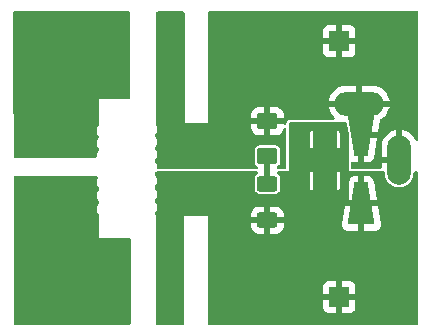
<source format=gbr>
%TF.GenerationSoftware,KiCad,Pcbnew,8.0.1*%
%TF.CreationDate,2024-04-06T16:57:38-05:00*%
%TF.ProjectId,Banana to Barrel Jack Adapter,42616e61-6e61-4207-946f-204261727265,2*%
%TF.SameCoordinates,Original*%
%TF.FileFunction,Copper,L2,Bot*%
%TF.FilePolarity,Positive*%
%FSLAX46Y46*%
G04 Gerber Fmt 4.6, Leading zero omitted, Abs format (unit mm)*
G04 Created by KiCad (PCBNEW 8.0.1) date 2024-04-06 16:57:38*
%MOMM*%
%LPD*%
G01*
G04 APERTURE LIST*
G04 Aperture macros list*
%AMRoundRect*
0 Rectangle with rounded corners*
0 $1 Rounding radius*
0 $2 $3 $4 $5 $6 $7 $8 $9 X,Y pos of 4 corners*
0 Add a 4 corners polygon primitive as box body*
4,1,4,$2,$3,$4,$5,$6,$7,$8,$9,$2,$3,0*
0 Add four circle primitives for the rounded corners*
1,1,$1+$1,$2,$3*
1,1,$1+$1,$4,$5*
1,1,$1+$1,$6,$7*
1,1,$1+$1,$8,$9*
0 Add four rect primitives between the rounded corners*
20,1,$1+$1,$2,$3,$4,$5,0*
20,1,$1+$1,$4,$5,$6,$7,0*
20,1,$1+$1,$6,$7,$8,$9,0*
20,1,$1+$1,$8,$9,$2,$3,0*%
%AMOutline4P*
0 Free polygon, 4 corners , with rotation*
0 The origin of the aperture is its center*
0 number of corners: always 4*
0 $1 to $8 corner X, Y*
0 $9 Rotation angle, in degrees counterclockwise*
0 create outline with 4 corners*
4,1,4,$1,$2,$3,$4,$5,$6,$7,$8,$1,$2,$9*%
G04 Aperture macros list end*
%TA.AperFunction,ComponentPad*%
%ADD10R,2.000000X4.600000*%
%TD*%
%TA.AperFunction,ComponentPad*%
%ADD11O,2.000000X4.200000*%
%TD*%
%TA.AperFunction,ComponentPad*%
%ADD12O,4.200000X2.000000*%
%TD*%
%TA.AperFunction,ComponentPad*%
%ADD13R,1.700000X1.700000*%
%TD*%
%TA.AperFunction,ComponentPad*%
%ADD14C,0.800000*%
%TD*%
%TA.AperFunction,ComponentPad*%
%ADD15C,6.400000*%
%TD*%
%TA.AperFunction,SMDPad,CuDef*%
%ADD16RoundRect,0.250000X0.625000X-0.400000X0.625000X0.400000X-0.625000X0.400000X-0.625000X-0.400000X0*%
%TD*%
%TA.AperFunction,SMDPad,CuDef*%
%ADD17Outline4P,-1.800000X-1.150000X1.800000X-0.550000X1.800000X0.550000X-1.800000X1.150000X90.000000*%
%TD*%
%TA.AperFunction,SMDPad,CuDef*%
%ADD18Outline4P,-1.800000X-1.150000X1.800000X-0.550000X1.800000X0.550000X-1.800000X1.150000X270.000000*%
%TD*%
%TA.AperFunction,SMDPad,CuDef*%
%ADD19RoundRect,0.250001X-0.624999X0.462499X-0.624999X-0.462499X0.624999X-0.462499X0.624999X0.462499X0*%
%TD*%
%TA.AperFunction,ViaPad*%
%ADD20C,0.800000*%
%TD*%
%TA.AperFunction,Conductor*%
%ADD21C,0.250000*%
%TD*%
%TA.AperFunction,Conductor*%
%ADD22C,0.500000*%
%TD*%
G04 APERTURE END LIST*
D10*
%TO.P,J1,1*%
%TO.N,/Positive*%
X151650000Y-98750000D03*
D11*
%TO.P,J1,2*%
%TO.N,GND*%
X157950000Y-98750000D03*
D12*
%TO.P,J1,3*%
X154550000Y-93950000D03*
%TD*%
D13*
%TO.P,J3,1,Pin_1*%
%TO.N,GND*%
X152882600Y-88671400D03*
%TD*%
D14*
%TO.P,H1,1,1*%
%TO.N,/Positive*%
X126600138Y-108968250D03*
X127303082Y-107271194D03*
X127303082Y-110665306D03*
X129000138Y-106568250D03*
D15*
X129000138Y-108968250D03*
D14*
X129000138Y-111368250D03*
X130697194Y-107271194D03*
X130697194Y-110665306D03*
X131400138Y-108968250D03*
%TD*%
D13*
%TO.P,J2,1,Pin_1*%
%TO.N,/Positive*%
X152882600Y-110337600D03*
%TD*%
D14*
%TO.P,H2,1,1*%
%TO.N,GND*%
X126600138Y-89918250D03*
X127303082Y-88221194D03*
X127303082Y-91615306D03*
X129000138Y-87518250D03*
D15*
X129000138Y-89918250D03*
D14*
X129000138Y-92318250D03*
X130697194Y-88221194D03*
X130697194Y-91615306D03*
X131400138Y-89918250D03*
%TD*%
D16*
%TO.P,R2,1*%
%TO.N,/Positive*%
X146790000Y-103820000D03*
%TO.P,R2,2*%
%TO.N,Net-(D2-A)*%
X146790000Y-100720000D03*
%TD*%
D17*
%TO.P,D3,1,K*%
%TO.N,/Positive*%
X154750000Y-102400000D03*
D18*
%TO.P,D3,2,A*%
%TO.N,GND*%
X154750000Y-96600000D03*
%TD*%
D19*
%TO.P,D2,1,K*%
%TO.N,GND*%
X146790000Y-95432500D03*
%TO.P,D2,2,A*%
%TO.N,Net-(D2-A)*%
X146790000Y-98407500D03*
%TD*%
D20*
%TO.N,GND*%
X144856200Y-86588600D03*
X144856200Y-95250000D03*
X144856200Y-88320880D03*
X144856200Y-90053160D03*
X144856200Y-91785440D03*
X144856200Y-93517720D03*
%TO.N,/Positive*%
X144856200Y-110535720D03*
X144856200Y-105415080D03*
X144856200Y-107121960D03*
X144856200Y-103708200D03*
X144856200Y-108828840D03*
X144856200Y-112242600D03*
%TD*%
D21*
%TO.N,GND*%
X138500000Y-88475000D02*
X138500000Y-91275000D01*
D22*
%TO.N,Net-(D2-A)*%
X146790000Y-98407500D02*
X146790000Y-100720000D01*
%TD*%
%TA.AperFunction,Conductor*%
%TO.N,/Positive*%
G36*
X133225000Y-106000000D02*
G01*
X133225000Y-112689747D01*
X125455059Y-112689455D01*
X125388021Y-112669768D01*
X125342268Y-112616962D01*
X125331064Y-112565740D01*
X125315796Y-105928517D01*
X125313744Y-105036255D01*
X125575000Y-104775000D01*
X132000000Y-104775000D01*
X133225000Y-106000000D01*
G37*
%TD.AperFunction*%
%TD*%
%TA.AperFunction,Conductor*%
%TO.N,/Positive*%
G36*
X153476063Y-95523685D02*
G01*
X153521818Y-95576489D01*
X153531337Y-95607615D01*
X153631857Y-96210738D01*
X153668313Y-96429470D01*
X153670000Y-96449855D01*
X153670000Y-102616000D01*
X148590000Y-102616000D01*
X148590000Y-99750000D01*
X150396001Y-99750000D01*
X150396001Y-101075014D01*
X150410737Y-101149106D01*
X150410738Y-101149109D01*
X150466876Y-101233123D01*
X150550895Y-101289263D01*
X150550896Y-101289264D01*
X150624980Y-101303998D01*
X150650000Y-101303998D01*
X150650000Y-100115826D01*
X151150000Y-100115826D01*
X151184075Y-100242993D01*
X151249901Y-100357007D01*
X151342993Y-100450099D01*
X151457007Y-100515925D01*
X151584174Y-100550000D01*
X151715826Y-100550000D01*
X151842993Y-100515925D01*
X151957007Y-100450099D01*
X152050099Y-100357007D01*
X152115925Y-100242993D01*
X152150000Y-100115826D01*
X152150000Y-99750000D01*
X152650000Y-99750000D01*
X152650000Y-101303999D01*
X152675015Y-101303999D01*
X152749106Y-101289262D01*
X152749109Y-101289261D01*
X152833123Y-101233123D01*
X152889263Y-101149104D01*
X152889264Y-101149103D01*
X152903999Y-101075021D01*
X152904000Y-101075018D01*
X152904000Y-99750000D01*
X152650000Y-99750000D01*
X152150000Y-99750000D01*
X152150000Y-97384174D01*
X152115925Y-97257007D01*
X152050099Y-97142993D01*
X151957007Y-97049901D01*
X151842993Y-96984075D01*
X151715826Y-96950000D01*
X151584174Y-96950000D01*
X151457007Y-96984075D01*
X151342993Y-97049901D01*
X151249901Y-97142993D01*
X151184075Y-97257007D01*
X151150000Y-97384174D01*
X151150000Y-100115826D01*
X150650000Y-100115826D01*
X150650000Y-99750000D01*
X150396001Y-99750000D01*
X148590000Y-99750000D01*
X148590000Y-97750000D01*
X150396000Y-97750000D01*
X150650000Y-97750000D01*
X150650000Y-96196000D01*
X152650000Y-96196000D01*
X152650000Y-97750000D01*
X152903999Y-97750000D01*
X152903999Y-96424985D01*
X152889262Y-96350893D01*
X152889261Y-96350890D01*
X152833123Y-96266876D01*
X152749104Y-96210736D01*
X152749103Y-96210735D01*
X152675021Y-96196000D01*
X152650000Y-96196000D01*
X150650000Y-96196000D01*
X150650000Y-96195999D01*
X150624986Y-96196000D01*
X150624985Y-96196000D01*
X150550892Y-96210737D01*
X150550890Y-96210738D01*
X150466876Y-96266876D01*
X150410736Y-96350895D01*
X150410735Y-96350896D01*
X150396000Y-96424978D01*
X150396000Y-97750000D01*
X148590000Y-97750000D01*
X148590000Y-95628000D01*
X148609685Y-95560961D01*
X148662489Y-95515206D01*
X148714000Y-95504000D01*
X153409024Y-95504000D01*
X153476063Y-95523685D01*
G37*
%TD.AperFunction*%
%TD*%
%TA.AperFunction,Conductor*%
%TO.N,GND*%
G36*
X133325000Y-92575000D02*
G01*
X131875000Y-94025000D01*
X125288416Y-94025000D01*
X125270485Y-86230206D01*
X125290016Y-86163125D01*
X125342714Y-86117248D01*
X125394407Y-86105924D01*
X133325000Y-86101108D01*
X133325000Y-92575000D01*
G37*
%TD.AperFunction*%
%TD*%
%TA.AperFunction,Conductor*%
%TO.N,/Positive*%
G36*
X145936631Y-99719685D02*
G01*
X145982386Y-99772489D01*
X145992330Y-99841647D01*
X145963305Y-99905203D01*
X145943225Y-99923770D01*
X145842851Y-99997848D01*
X145762207Y-100107117D01*
X145762206Y-100107119D01*
X145717353Y-100235299D01*
X145714500Y-100265730D01*
X145714500Y-101174269D01*
X145717353Y-101204699D01*
X145717353Y-101204701D01*
X145762206Y-101332880D01*
X145762207Y-101332882D01*
X145842850Y-101442150D01*
X145952118Y-101522793D01*
X145991854Y-101536697D01*
X146080299Y-101567646D01*
X146110730Y-101570500D01*
X146110734Y-101570500D01*
X147469270Y-101570500D01*
X147499699Y-101567646D01*
X147499701Y-101567646D01*
X147568430Y-101543596D01*
X147627882Y-101522793D01*
X147737150Y-101442150D01*
X147817793Y-101332882D01*
X147842346Y-101262713D01*
X147862646Y-101204701D01*
X147862646Y-101204699D01*
X147865500Y-101174269D01*
X147865500Y-100265730D01*
X147862646Y-100235299D01*
X147820117Y-100113760D01*
X147817793Y-100107118D01*
X147737150Y-99997850D01*
X147737148Y-99997849D01*
X147737148Y-99997848D01*
X147636775Y-99923770D01*
X147594524Y-99868123D01*
X147589065Y-99798467D01*
X147622132Y-99736917D01*
X147683226Y-99703016D01*
X147710408Y-99700000D01*
X148590000Y-99700000D01*
X150150000Y-99700000D01*
X150150000Y-101097844D01*
X150156401Y-101157372D01*
X150156403Y-101157379D01*
X150206645Y-101292086D01*
X150206649Y-101292093D01*
X150292809Y-101407187D01*
X150292812Y-101407190D01*
X150407906Y-101493350D01*
X150407913Y-101493354D01*
X150542620Y-101543596D01*
X150542627Y-101543598D01*
X150602155Y-101549999D01*
X150602172Y-101550000D01*
X151400000Y-101550000D01*
X151400000Y-100483012D01*
X151457007Y-100515925D01*
X151584174Y-100550000D01*
X151715826Y-100550000D01*
X151842993Y-100515925D01*
X151900000Y-100483012D01*
X151900000Y-101550000D01*
X152697828Y-101550000D01*
X152697844Y-101549999D01*
X152757372Y-101543598D01*
X152757379Y-101543596D01*
X152892086Y-101493354D01*
X152892093Y-101493350D01*
X153007187Y-101407190D01*
X153007190Y-101407187D01*
X153093350Y-101292093D01*
X153093354Y-101292086D01*
X153143596Y-101157379D01*
X153143598Y-101157372D01*
X153149999Y-101097844D01*
X153150000Y-101097827D01*
X153150000Y-99700000D01*
X153670000Y-99700000D01*
X156625500Y-99700000D01*
X156692539Y-99719685D01*
X156738294Y-99772489D01*
X156749500Y-99824000D01*
X156749500Y-99944486D01*
X156779059Y-100131118D01*
X156837454Y-100310836D01*
X156908413Y-100450099D01*
X156923240Y-100479199D01*
X157034310Y-100632073D01*
X157167927Y-100765690D01*
X157320801Y-100876760D01*
X157400347Y-100917290D01*
X157489163Y-100962545D01*
X157489165Y-100962545D01*
X157489168Y-100962547D01*
X157585497Y-100993846D01*
X157668881Y-101020940D01*
X157855514Y-101050500D01*
X157855519Y-101050500D01*
X158044486Y-101050500D01*
X158231118Y-101020940D01*
X158410832Y-100962547D01*
X158579199Y-100876760D01*
X158732073Y-100765690D01*
X158865690Y-100632073D01*
X158976760Y-100479199D01*
X159062547Y-100310832D01*
X159120940Y-100131118D01*
X159126874Y-100093650D01*
X159150500Y-99944486D01*
X159150500Y-99824000D01*
X159170185Y-99756961D01*
X159222989Y-99711206D01*
X159274500Y-99700000D01*
X159457000Y-99700000D01*
X159524039Y-99719685D01*
X159569794Y-99772489D01*
X159581000Y-99824000D01*
X159581000Y-112575800D01*
X159561315Y-112642839D01*
X159508511Y-112688594D01*
X159457000Y-112699800D01*
X141855848Y-112699800D01*
X141788809Y-112680115D01*
X141743054Y-112627311D01*
X141731848Y-112575952D01*
X141731745Y-112492178D01*
X141730207Y-111235444D01*
X151532600Y-111235444D01*
X151539001Y-111294972D01*
X151539003Y-111294979D01*
X151589245Y-111429686D01*
X151589249Y-111429693D01*
X151675409Y-111544787D01*
X151675412Y-111544790D01*
X151790506Y-111630950D01*
X151790513Y-111630954D01*
X151925220Y-111681196D01*
X151925227Y-111681198D01*
X151984755Y-111687599D01*
X151984772Y-111687600D01*
X152632600Y-111687600D01*
X152632600Y-110770612D01*
X152689607Y-110803525D01*
X152816774Y-110837600D01*
X152948426Y-110837600D01*
X153075593Y-110803525D01*
X153132600Y-110770612D01*
X153132600Y-111687600D01*
X153780428Y-111687600D01*
X153780444Y-111687599D01*
X153839972Y-111681198D01*
X153839979Y-111681196D01*
X153974686Y-111630954D01*
X153974693Y-111630950D01*
X154089787Y-111544790D01*
X154089790Y-111544787D01*
X154175950Y-111429693D01*
X154175954Y-111429686D01*
X154226196Y-111294979D01*
X154226198Y-111294972D01*
X154232599Y-111235444D01*
X154232600Y-111235427D01*
X154232600Y-110587600D01*
X153315612Y-110587600D01*
X153348525Y-110530593D01*
X153382600Y-110403426D01*
X153382600Y-110271774D01*
X153348525Y-110144607D01*
X153315612Y-110087600D01*
X154232600Y-110087600D01*
X154232600Y-109439772D01*
X154232599Y-109439755D01*
X154226198Y-109380227D01*
X154226196Y-109380220D01*
X154175954Y-109245513D01*
X154175950Y-109245506D01*
X154089790Y-109130412D01*
X154089787Y-109130409D01*
X153974693Y-109044249D01*
X153974686Y-109044245D01*
X153839979Y-108994003D01*
X153839972Y-108994001D01*
X153780444Y-108987600D01*
X153132600Y-108987600D01*
X153132600Y-109904588D01*
X153075593Y-109871675D01*
X152948426Y-109837600D01*
X152816774Y-109837600D01*
X152689607Y-109871675D01*
X152632600Y-109904588D01*
X152632600Y-108987600D01*
X151984755Y-108987600D01*
X151925227Y-108994001D01*
X151925220Y-108994003D01*
X151790513Y-109044245D01*
X151790506Y-109044249D01*
X151675412Y-109130409D01*
X151675409Y-109130412D01*
X151589249Y-109245506D01*
X151589245Y-109245513D01*
X151539003Y-109380220D01*
X151539001Y-109380227D01*
X151532600Y-109439755D01*
X151532600Y-110087600D01*
X152449588Y-110087600D01*
X152416675Y-110144607D01*
X152382600Y-110271774D01*
X152382600Y-110403426D01*
X152416675Y-110530593D01*
X152449588Y-110587600D01*
X151532600Y-110587600D01*
X151532600Y-111235444D01*
X141730207Y-111235444D01*
X141721437Y-104070000D01*
X145415001Y-104070000D01*
X145415001Y-104269986D01*
X145425494Y-104372697D01*
X145480641Y-104539119D01*
X145480643Y-104539124D01*
X145572684Y-104688345D01*
X145696654Y-104812315D01*
X145845875Y-104904356D01*
X145845880Y-104904358D01*
X146012302Y-104959505D01*
X146012309Y-104959506D01*
X146115019Y-104969999D01*
X146539999Y-104969999D01*
X146540000Y-104969998D01*
X146540000Y-104070000D01*
X147040000Y-104070000D01*
X147040000Y-104969999D01*
X147464972Y-104969999D01*
X147464986Y-104969998D01*
X147567697Y-104959505D01*
X147734119Y-104904358D01*
X147734124Y-104904356D01*
X147883345Y-104812315D01*
X148007315Y-104688345D01*
X148099356Y-104539124D01*
X148099358Y-104539119D01*
X148154505Y-104372697D01*
X148154506Y-104372690D01*
X148164999Y-104269986D01*
X148165000Y-104269973D01*
X148165000Y-104194361D01*
X153094890Y-104194361D01*
X153113759Y-104336886D01*
X153113761Y-104336894D01*
X153172022Y-104468335D01*
X153264955Y-104578039D01*
X153264957Y-104578041D01*
X153385036Y-104657120D01*
X153385036Y-104657121D01*
X153522518Y-104699163D01*
X153522528Y-104699165D01*
X153533346Y-104699999D01*
X154499999Y-104699999D01*
X154500000Y-104699998D01*
X154500000Y-102650000D01*
X155000000Y-102650000D01*
X155000000Y-104699999D01*
X155966645Y-104699999D01*
X155966664Y-104699998D01*
X155977471Y-104699165D01*
X155977472Y-104699165D01*
X156114962Y-104657121D01*
X156114962Y-104657120D01*
X156235041Y-104578041D01*
X156235044Y-104578038D01*
X156327975Y-104468337D01*
X156386238Y-104336892D01*
X156386240Y-104336887D01*
X156405109Y-104194361D01*
X156405109Y-104194349D01*
X156404155Y-104183553D01*
X156148564Y-102650000D01*
X155000000Y-102650000D01*
X154500000Y-102650000D01*
X153351436Y-102650000D01*
X153095846Y-104183539D01*
X153095843Y-104183562D01*
X153094890Y-104194349D01*
X153094890Y-104194361D01*
X148165000Y-104194361D01*
X148165000Y-104070000D01*
X147040000Y-104070000D01*
X146540000Y-104070000D01*
X145415001Y-104070000D01*
X141721437Y-104070000D01*
X141720825Y-103570000D01*
X145415000Y-103570000D01*
X146540000Y-103570000D01*
X146540000Y-102670000D01*
X147040000Y-102670000D01*
X147040000Y-103570000D01*
X148164999Y-103570000D01*
X148164999Y-103370028D01*
X148164998Y-103370013D01*
X148154505Y-103267302D01*
X148099358Y-103100880D01*
X148099356Y-103100875D01*
X148007315Y-102951654D01*
X147883345Y-102827684D01*
X147734124Y-102735643D01*
X147734119Y-102735641D01*
X147567697Y-102680494D01*
X147567690Y-102680493D01*
X147464986Y-102670000D01*
X147040000Y-102670000D01*
X146540000Y-102670000D01*
X146115028Y-102670000D01*
X146115012Y-102670001D01*
X146012302Y-102680494D01*
X145845880Y-102735641D01*
X145845875Y-102735643D01*
X145696654Y-102827684D01*
X145572684Y-102951654D01*
X145480643Y-103100875D01*
X145480641Y-103100880D01*
X145425494Y-103267302D01*
X145425493Y-103267309D01*
X145415000Y-103370013D01*
X145415000Y-103570000D01*
X141720825Y-103570000D01*
X141720678Y-103450000D01*
X139725000Y-103450000D01*
X139748015Y-111965726D01*
X139749664Y-112575665D01*
X139730160Y-112642757D01*
X139677480Y-112688655D01*
X139625664Y-112700000D01*
X137499009Y-112700000D01*
X137431970Y-112680315D01*
X137386215Y-112627511D01*
X137375009Y-112575991D01*
X137375010Y-112575800D01*
X137375709Y-103432600D01*
X137375709Y-103432599D01*
X137362670Y-103419559D01*
X137340041Y-103412915D01*
X137294286Y-103360111D01*
X137283080Y-103308600D01*
X137283080Y-103209507D01*
X137302765Y-103142468D01*
X137319399Y-103121826D01*
X137344513Y-103096712D01*
X137419292Y-102967192D01*
X137458000Y-102822731D01*
X137458000Y-102673173D01*
X137419292Y-102528712D01*
X137344513Y-102399192D01*
X137319399Y-102374078D01*
X137285914Y-102312755D01*
X137283080Y-102286397D01*
X137283080Y-102149999D01*
X153434768Y-102149999D01*
X153434769Y-102150000D01*
X154500000Y-102150000D01*
X154500000Y-100099999D01*
X155000000Y-100099999D01*
X155000000Y-102150000D01*
X156065230Y-102150000D01*
X156065230Y-102149999D01*
X155787074Y-100481069D01*
X155787073Y-100481062D01*
X155757120Y-100385036D01*
X155678041Y-100264957D01*
X155678039Y-100264955D01*
X155568335Y-100172022D01*
X155436890Y-100113760D01*
X155436886Y-100113759D01*
X155337252Y-100100000D01*
X155337237Y-100099999D01*
X155000000Y-100099999D01*
X154500000Y-100099999D01*
X154162750Y-100099999D01*
X154063111Y-100113759D01*
X154063108Y-100113760D01*
X153931663Y-100172023D01*
X153821961Y-100264955D01*
X153821958Y-100264958D01*
X153742880Y-100385034D01*
X153742879Y-100385036D01*
X153712925Y-100481065D01*
X153712924Y-100481070D01*
X153434768Y-102149999D01*
X137283080Y-102149999D01*
X137283080Y-102073031D01*
X137302765Y-102005992D01*
X137319399Y-101985350D01*
X137344513Y-101960236D01*
X137419292Y-101830716D01*
X137458000Y-101686255D01*
X137458000Y-101536697D01*
X137419292Y-101392236D01*
X137344513Y-101262716D01*
X137319399Y-101237602D01*
X137285914Y-101176279D01*
X137283080Y-101149921D01*
X137283080Y-100936555D01*
X137302765Y-100869516D01*
X137319399Y-100848874D01*
X137344513Y-100823760D01*
X137419292Y-100694240D01*
X137458000Y-100549779D01*
X137458000Y-100400221D01*
X137419292Y-100255760D01*
X137344513Y-100126240D01*
X137319399Y-100101126D01*
X137285914Y-100039803D01*
X137283080Y-100013445D01*
X137283080Y-99824000D01*
X137302765Y-99756961D01*
X137355569Y-99711206D01*
X137407080Y-99700000D01*
X145869592Y-99700000D01*
X145936631Y-99719685D01*
G37*
%TD.AperFunction*%
%TA.AperFunction,Conductor*%
G36*
X132368773Y-100113335D02*
G01*
X132414528Y-100166139D01*
X132424472Y-100235297D01*
X132409121Y-100279651D01*
X132362202Y-100360914D01*
X132323494Y-100505377D01*
X132323494Y-100654934D01*
X132362202Y-100799397D01*
X132390768Y-100848874D01*
X132436981Y-100928916D01*
X132436983Y-100928918D01*
X132471561Y-100963496D01*
X132505046Y-101024819D01*
X132507880Y-101051177D01*
X132507880Y-101245611D01*
X132488195Y-101312650D01*
X132471561Y-101333292D01*
X132436983Y-101367869D01*
X132436981Y-101367872D01*
X132362202Y-101497390D01*
X132323494Y-101641853D01*
X132323494Y-101791410D01*
X132362202Y-101935873D01*
X132390768Y-101985350D01*
X132436981Y-102065392D01*
X132436983Y-102065394D01*
X132471561Y-102099972D01*
X132505046Y-102161295D01*
X132507880Y-102187653D01*
X132507880Y-102382087D01*
X132488195Y-102449126D01*
X132471561Y-102469768D01*
X132436983Y-102504345D01*
X132436981Y-102504348D01*
X132362202Y-102633866D01*
X132323494Y-102778329D01*
X132323494Y-102927886D01*
X132362202Y-103072349D01*
X132378672Y-103100875D01*
X132436981Y-103201868D01*
X132436983Y-103201870D01*
X132471561Y-103236448D01*
X132505046Y-103297771D01*
X132507880Y-103324129D01*
X132507880Y-103421611D01*
X132522166Y-103447774D01*
X132525000Y-103474132D01*
X132525000Y-105300000D01*
X135076000Y-105300000D01*
X135143039Y-105319685D01*
X135188794Y-105372489D01*
X135200000Y-105424000D01*
X135200000Y-112565818D01*
X135180315Y-112632857D01*
X135127511Y-112678612D01*
X135075995Y-112689818D01*
X130299215Y-112689638D01*
X130232177Y-112669951D01*
X130186424Y-112617145D01*
X130176483Y-112547986D01*
X130205510Y-112484432D01*
X130254782Y-112449874D01*
X130507132Y-112353005D01*
X130852681Y-112176939D01*
X131177921Y-111965726D01*
X131177923Y-111965725D01*
X131435487Y-111757152D01*
X129940836Y-110262501D01*
X130042468Y-110188662D01*
X130220550Y-110010580D01*
X130294389Y-109908948D01*
X131789040Y-111403599D01*
X131997613Y-111146035D01*
X131997614Y-111146033D01*
X132208827Y-110820793D01*
X132384893Y-110475244D01*
X132523875Y-110113186D01*
X132624250Y-109738580D01*
X132624251Y-109738573D01*
X132684918Y-109355537D01*
X132705216Y-108968250D01*
X132705216Y-108968249D01*
X132684918Y-108580962D01*
X132624251Y-108197926D01*
X132624250Y-108197919D01*
X132523875Y-107823313D01*
X132384893Y-107461255D01*
X132208827Y-107115706D01*
X131997606Y-106790456D01*
X131789042Y-106532899D01*
X131789041Y-106532898D01*
X130294389Y-108027550D01*
X130220550Y-107925920D01*
X130042468Y-107747838D01*
X129940836Y-107673998D01*
X131435488Y-106179346D01*
X131435488Y-106179345D01*
X131177931Y-105970781D01*
X130852681Y-105759560D01*
X130507132Y-105583494D01*
X130145074Y-105444512D01*
X129770468Y-105344137D01*
X129770461Y-105344136D01*
X129387425Y-105283469D01*
X129000139Y-105263172D01*
X129000137Y-105263172D01*
X128612850Y-105283469D01*
X128229814Y-105344136D01*
X128229807Y-105344137D01*
X127855201Y-105444512D01*
X127493143Y-105583494D01*
X127147594Y-105759560D01*
X126822344Y-105970781D01*
X126564786Y-106179345D01*
X126564786Y-106179346D01*
X128059439Y-107673998D01*
X127957808Y-107747838D01*
X127779726Y-107925920D01*
X127705886Y-108027550D01*
X126211234Y-106532898D01*
X126211233Y-106532898D01*
X126002669Y-106790456D01*
X125791448Y-107115706D01*
X125615382Y-107461255D01*
X125559320Y-107607301D01*
X125516917Y-107662834D01*
X125451223Y-107686626D01*
X125383095Y-107671124D01*
X125334163Y-107621250D01*
X125319557Y-107563152D01*
X125302661Y-100217933D01*
X125322192Y-100150851D01*
X125374890Y-100104974D01*
X125426661Y-100093650D01*
X132301734Y-100093650D01*
X132368773Y-100113335D01*
G37*
%TD.AperFunction*%
%TA.AperFunction,Conductor*%
G36*
X127779726Y-110010580D02*
G01*
X127957808Y-110188662D01*
X128059438Y-110262501D01*
X126564786Y-111757153D01*
X126564787Y-111757154D01*
X126822344Y-111965718D01*
X127147594Y-112176939D01*
X127493143Y-112353005D01*
X127745238Y-112449776D01*
X127800770Y-112492178D01*
X127824563Y-112557872D01*
X127809061Y-112626001D01*
X127759188Y-112674933D01*
X127700795Y-112689540D01*
X125455059Y-112689455D01*
X125388021Y-112669768D01*
X125342268Y-112616962D01*
X125331064Y-112565740D01*
X125331046Y-112557872D01*
X125326061Y-110390863D01*
X125345592Y-110323782D01*
X125398290Y-110277905D01*
X125467426Y-110267803D01*
X125531048Y-110296682D01*
X125565825Y-110346143D01*
X125615382Y-110475244D01*
X125791448Y-110820793D01*
X126002669Y-111146043D01*
X126211233Y-111403600D01*
X126211234Y-111403600D01*
X127705886Y-109908948D01*
X127779726Y-110010580D01*
G37*
%TD.AperFunction*%
%TD*%
%TA.AperFunction,Conductor*%
%TO.N,GND*%
G36*
X159524039Y-86125685D02*
G01*
X159569794Y-86178489D01*
X159581000Y-86230000D01*
X159581000Y-97032697D01*
X159561315Y-97099736D01*
X159508511Y-97145491D01*
X159439353Y-97155435D01*
X159375797Y-97126410D01*
X159343683Y-97077981D01*
X159341965Y-97078693D01*
X159340105Y-97074201D01*
X159232914Y-96863828D01*
X159094133Y-96672813D01*
X158927186Y-96505866D01*
X158736171Y-96367085D01*
X158525802Y-96259897D01*
X158301247Y-96186934D01*
X158200000Y-96170897D01*
X158200000Y-97216988D01*
X158142993Y-97184075D01*
X158015826Y-97150000D01*
X157884174Y-97150000D01*
X157757007Y-97184075D01*
X157700000Y-97216988D01*
X157700000Y-96170897D01*
X157598752Y-96186934D01*
X157374197Y-96259897D01*
X157163828Y-96367085D01*
X156972813Y-96505866D01*
X156805866Y-96672813D01*
X156667085Y-96863828D01*
X156559897Y-97074197D01*
X156486934Y-97298752D01*
X156450000Y-97531947D01*
X156450000Y-98500000D01*
X157450000Y-98500000D01*
X157450000Y-99000000D01*
X156450000Y-99000000D01*
X156450000Y-99370500D01*
X156430315Y-99437539D01*
X156377511Y-99483294D01*
X156326000Y-99494500D01*
X153999500Y-99494500D01*
X153932461Y-99474815D01*
X153886706Y-99422011D01*
X153875500Y-99370500D01*
X153875500Y-98993680D01*
X153895185Y-98926641D01*
X153947989Y-98880886D01*
X154017147Y-98870942D01*
X154049748Y-98880317D01*
X154063109Y-98886239D01*
X154063113Y-98886240D01*
X154162748Y-98899999D01*
X154162762Y-98900000D01*
X154500000Y-98900000D01*
X154500000Y-96850000D01*
X155000000Y-96850000D01*
X155000000Y-98900000D01*
X155337248Y-98900000D01*
X155436888Y-98886240D01*
X155436891Y-98886239D01*
X155568336Y-98827976D01*
X155678038Y-98735044D01*
X155678041Y-98735041D01*
X155757119Y-98614965D01*
X155757120Y-98614963D01*
X155787074Y-98518934D01*
X155787075Y-98518929D01*
X156065231Y-96850000D01*
X155000000Y-96850000D01*
X154500000Y-96850000D01*
X154500000Y-95493000D01*
X154424000Y-95493000D01*
X154356961Y-95473315D01*
X154311206Y-95420511D01*
X154300000Y-95369000D01*
X154300000Y-94450000D01*
X155000000Y-94450000D01*
X155000000Y-96350000D01*
X156148564Y-96350000D01*
X156148563Y-96349999D01*
X156315048Y-95351091D01*
X156345486Y-95288199D01*
X156381068Y-95260990D01*
X156436171Y-95232914D01*
X156627186Y-95094133D01*
X156794133Y-94927186D01*
X156932914Y-94736171D01*
X157040102Y-94525802D01*
X157113065Y-94301247D01*
X157129102Y-94200000D01*
X156083012Y-94200000D01*
X156115925Y-94142993D01*
X156150000Y-94015826D01*
X156150000Y-93884174D01*
X156115925Y-93757007D01*
X156083012Y-93700000D01*
X157129102Y-93700000D01*
X157113065Y-93598752D01*
X157040102Y-93374197D01*
X156932914Y-93163828D01*
X156794133Y-92972813D01*
X156627186Y-92805866D01*
X156436171Y-92667085D01*
X156225802Y-92559897D01*
X156001247Y-92486934D01*
X156001248Y-92486934D01*
X155768052Y-92450000D01*
X154800000Y-92450000D01*
X154800000Y-93450000D01*
X154300000Y-93450000D01*
X154300000Y-92450000D01*
X153331948Y-92450000D01*
X153098752Y-92486934D01*
X152874197Y-92559897D01*
X152663828Y-92667085D01*
X152472813Y-92805866D01*
X152305866Y-92972813D01*
X152167085Y-93163828D01*
X152059897Y-93374197D01*
X151986934Y-93598752D01*
X151970898Y-93700000D01*
X153016988Y-93700000D01*
X152984075Y-93757007D01*
X152950000Y-93884174D01*
X152950000Y-94015826D01*
X152984075Y-94142993D01*
X153016988Y-94200000D01*
X151970898Y-94200000D01*
X151986934Y-94301247D01*
X152059897Y-94525802D01*
X152167085Y-94736171D01*
X152305866Y-94927186D01*
X152465499Y-95086819D01*
X152498984Y-95148142D01*
X152494000Y-95217834D01*
X152452128Y-95273767D01*
X152386664Y-95298184D01*
X152377818Y-95298500D01*
X148713992Y-95298500D01*
X148670313Y-95303197D01*
X148618825Y-95314397D01*
X148608627Y-95316890D01*
X148608624Y-95316891D01*
X148527916Y-95359899D01*
X148527913Y-95359901D01*
X148475104Y-95405660D01*
X148457160Y-95423242D01*
X148457154Y-95423249D01*
X148412511Y-95503059D01*
X148412509Y-95503064D01*
X148392824Y-95570102D01*
X148385310Y-95622361D01*
X148356284Y-95685916D01*
X148297505Y-95723689D01*
X148227636Y-95723687D01*
X148174892Y-95692392D01*
X148165000Y-95682500D01*
X147040000Y-95682500D01*
X147040000Y-96645000D01*
X147464973Y-96645000D01*
X147464985Y-96644999D01*
X147567689Y-96634506D01*
X147567696Y-96634505D01*
X147734118Y-96579358D01*
X147734123Y-96579356D01*
X147883344Y-96487315D01*
X148007315Y-96363344D01*
X148099356Y-96214123D01*
X148099358Y-96214118D01*
X148142794Y-96083038D01*
X148182566Y-96025593D01*
X148247082Y-95998770D01*
X148315858Y-96011085D01*
X148367058Y-96058628D01*
X148384500Y-96122042D01*
X148384500Y-99370500D01*
X148364815Y-99437539D01*
X148312011Y-99483294D01*
X148260500Y-99494500D01*
X147710405Y-99494500D01*
X147708711Y-99494547D01*
X147708710Y-99494500D01*
X147708696Y-99494500D01*
X147708696Y-99494006D01*
X147708694Y-99493949D01*
X147642898Y-99478508D01*
X147594305Y-99428302D01*
X147580570Y-99359796D01*
X147606052Y-99294739D01*
X147630454Y-99270894D01*
X147737150Y-99192150D01*
X147817793Y-99082882D01*
X147862646Y-98954698D01*
X147865500Y-98924265D01*
X147865499Y-97890736D01*
X147862646Y-97860302D01*
X147817793Y-97732118D01*
X147737150Y-97622850D01*
X147656506Y-97563332D01*
X147627881Y-97542206D01*
X147499695Y-97497353D01*
X147499698Y-97497353D01*
X147469268Y-97494500D01*
X146110741Y-97494500D01*
X146080301Y-97497354D01*
X146080300Y-97497354D01*
X145952118Y-97542206D01*
X145842850Y-97622850D01*
X145762206Y-97732118D01*
X145717353Y-97860302D01*
X145714500Y-97890731D01*
X145714500Y-98924258D01*
X145717354Y-98954698D01*
X145717354Y-98954699D01*
X145762206Y-99082881D01*
X145762207Y-99082882D01*
X145842850Y-99192150D01*
X145949502Y-99270862D01*
X145991752Y-99326509D01*
X145997211Y-99396165D01*
X145964144Y-99457715D01*
X145903050Y-99491616D01*
X145874021Y-99493792D01*
X145874021Y-99494500D01*
X137582000Y-99494500D01*
X137514961Y-99474815D01*
X137469206Y-99422011D01*
X137458000Y-99370500D01*
X137458000Y-99238347D01*
X137458000Y-99238345D01*
X137419292Y-99093884D01*
X137344513Y-98964364D01*
X137319399Y-98939250D01*
X137285914Y-98877927D01*
X137283080Y-98851569D01*
X137283080Y-98728199D01*
X137302765Y-98661160D01*
X137319399Y-98640518D01*
X137344513Y-98615404D01*
X137419292Y-98485884D01*
X137458000Y-98341423D01*
X137458000Y-98191865D01*
X137419292Y-98047404D01*
X137344513Y-97917884D01*
X137319399Y-97892770D01*
X137285914Y-97831447D01*
X137283080Y-97805089D01*
X137283080Y-97656319D01*
X137302765Y-97589280D01*
X137319399Y-97568638D01*
X137344513Y-97543524D01*
X137419292Y-97414004D01*
X137458000Y-97269543D01*
X137458000Y-97119985D01*
X137419292Y-96975524D01*
X137344513Y-96846004D01*
X137319399Y-96820890D01*
X137285914Y-96759567D01*
X137283080Y-96733209D01*
X137283080Y-96584439D01*
X137302765Y-96517400D01*
X137319399Y-96496758D01*
X137328842Y-96487315D01*
X137344513Y-96471644D01*
X137419292Y-96342124D01*
X137458000Y-96197663D01*
X137458000Y-96048105D01*
X137419292Y-95903644D01*
X137344513Y-95774124D01*
X137344511Y-95774122D01*
X137340449Y-95767086D01*
X137343101Y-95765554D01*
X137323145Y-95713961D01*
X137329592Y-95682500D01*
X145415000Y-95682500D01*
X145415000Y-95944985D01*
X145425493Y-96047689D01*
X145425494Y-96047696D01*
X145480641Y-96214118D01*
X145480643Y-96214123D01*
X145572684Y-96363344D01*
X145696655Y-96487315D01*
X145845876Y-96579356D01*
X145845881Y-96579358D01*
X146012303Y-96634505D01*
X146012310Y-96634506D01*
X146115014Y-96644999D01*
X146115027Y-96645000D01*
X146540000Y-96645000D01*
X146540000Y-95682500D01*
X145415000Y-95682500D01*
X137329592Y-95682500D01*
X137337171Y-95645513D01*
X137359106Y-95615866D01*
X137374998Y-95599999D01*
X137375000Y-95600000D01*
X137373402Y-86273412D01*
X137393075Y-86206370D01*
X137445871Y-86160606D01*
X137497434Y-86149392D01*
X139651036Y-86149966D01*
X139718067Y-86169668D01*
X139763808Y-86222485D01*
X139775000Y-86273966D01*
X139775012Y-94800000D01*
X139775012Y-94800002D01*
X139774999Y-95599999D01*
X139775000Y-95600000D01*
X141732000Y-95600000D01*
X141732000Y-95182500D01*
X145415000Y-95182500D01*
X146540000Y-95182500D01*
X146540000Y-94220000D01*
X147040000Y-94220000D01*
X147040000Y-95182500D01*
X148165000Y-95182500D01*
X148165000Y-94920027D01*
X148164999Y-94920014D01*
X148154506Y-94817310D01*
X148154505Y-94817303D01*
X148099358Y-94650881D01*
X148099356Y-94650876D01*
X148007315Y-94501655D01*
X147883344Y-94377684D01*
X147734123Y-94285643D01*
X147734118Y-94285641D01*
X147567696Y-94230494D01*
X147567689Y-94230493D01*
X147464985Y-94220000D01*
X147040000Y-94220000D01*
X146540000Y-94220000D01*
X146115014Y-94220000D01*
X146012310Y-94230493D01*
X146012303Y-94230494D01*
X145845881Y-94285641D01*
X145845876Y-94285643D01*
X145696655Y-94377684D01*
X145572684Y-94501655D01*
X145480643Y-94650876D01*
X145480641Y-94650881D01*
X145425494Y-94817303D01*
X145425493Y-94817310D01*
X145415000Y-94920014D01*
X145415000Y-95182500D01*
X141732000Y-95182500D01*
X141732000Y-89569244D01*
X151532600Y-89569244D01*
X151539001Y-89628772D01*
X151539003Y-89628779D01*
X151589245Y-89763486D01*
X151589249Y-89763493D01*
X151675409Y-89878587D01*
X151675412Y-89878590D01*
X151790506Y-89964750D01*
X151790513Y-89964754D01*
X151925220Y-90014996D01*
X151925227Y-90014998D01*
X151984755Y-90021399D01*
X151984772Y-90021400D01*
X152632600Y-90021400D01*
X152632600Y-89104412D01*
X152689607Y-89137325D01*
X152816774Y-89171400D01*
X152948426Y-89171400D01*
X153075593Y-89137325D01*
X153132600Y-89104412D01*
X153132600Y-90021400D01*
X153780428Y-90021400D01*
X153780444Y-90021399D01*
X153839972Y-90014998D01*
X153839979Y-90014996D01*
X153974686Y-89964754D01*
X153974693Y-89964750D01*
X154089787Y-89878590D01*
X154089790Y-89878587D01*
X154175950Y-89763493D01*
X154175954Y-89763486D01*
X154226196Y-89628779D01*
X154226198Y-89628772D01*
X154232599Y-89569244D01*
X154232600Y-89569227D01*
X154232600Y-88921400D01*
X153315612Y-88921400D01*
X153348525Y-88864393D01*
X153382600Y-88737226D01*
X153382600Y-88605574D01*
X153348525Y-88478407D01*
X153315612Y-88421400D01*
X154232600Y-88421400D01*
X154232600Y-87773572D01*
X154232599Y-87773555D01*
X154226198Y-87714027D01*
X154226196Y-87714020D01*
X154175954Y-87579313D01*
X154175950Y-87579306D01*
X154089790Y-87464212D01*
X154089787Y-87464209D01*
X153974693Y-87378049D01*
X153974686Y-87378045D01*
X153839979Y-87327803D01*
X153839972Y-87327801D01*
X153780444Y-87321400D01*
X153132600Y-87321400D01*
X153132600Y-88238388D01*
X153075593Y-88205475D01*
X152948426Y-88171400D01*
X152816774Y-88171400D01*
X152689607Y-88205475D01*
X152632600Y-88238388D01*
X152632600Y-87321400D01*
X151984755Y-87321400D01*
X151925227Y-87327801D01*
X151925220Y-87327803D01*
X151790513Y-87378045D01*
X151790506Y-87378049D01*
X151675412Y-87464209D01*
X151675409Y-87464212D01*
X151589249Y-87579306D01*
X151589245Y-87579313D01*
X151539003Y-87714020D01*
X151539001Y-87714027D01*
X151532600Y-87773555D01*
X151532600Y-88421400D01*
X152449588Y-88421400D01*
X152416675Y-88478407D01*
X152382600Y-88605574D01*
X152382600Y-88737226D01*
X152416675Y-88864393D01*
X152449588Y-88921400D01*
X151532600Y-88921400D01*
X151532600Y-89569244D01*
X141732000Y-89569244D01*
X141732000Y-86230000D01*
X141751685Y-86162961D01*
X141804489Y-86117206D01*
X141856000Y-86106000D01*
X159457000Y-86106000D01*
X159524039Y-86125685D01*
G37*
%TD.AperFunction*%
%TA.AperFunction,Conductor*%
G36*
X135093392Y-86119719D02*
G01*
X135139179Y-86172495D01*
X135150415Y-86223659D01*
X135174582Y-93423784D01*
X135155123Y-93490889D01*
X135102473Y-93536821D01*
X135050583Y-93548200D01*
X132500000Y-93548200D01*
X132516804Y-95495688D01*
X132507880Y-95527080D01*
X132507880Y-95757019D01*
X132488195Y-95824058D01*
X132471561Y-95844700D01*
X132436983Y-95879277D01*
X132436981Y-95879280D01*
X132362202Y-96008798D01*
X132323494Y-96153261D01*
X132323494Y-96302818D01*
X132362202Y-96447281D01*
X132385316Y-96487315D01*
X132436981Y-96576800D01*
X132436983Y-96576802D01*
X132471561Y-96611380D01*
X132505046Y-96672703D01*
X132507880Y-96699061D01*
X132507880Y-96828899D01*
X132488195Y-96895938D01*
X132471561Y-96916580D01*
X132436983Y-96951157D01*
X132436981Y-96951160D01*
X132362202Y-97080678D01*
X132323494Y-97225141D01*
X132323494Y-97374698D01*
X132362202Y-97519161D01*
X132390768Y-97568638D01*
X132436981Y-97648680D01*
X132436983Y-97648682D01*
X132471561Y-97683260D01*
X132505046Y-97744583D01*
X132507880Y-97770941D01*
X132507880Y-97900779D01*
X132488195Y-97967818D01*
X132471561Y-97988460D01*
X132436983Y-98023037D01*
X132436981Y-98023040D01*
X132362202Y-98152558D01*
X132323494Y-98297021D01*
X132323494Y-98445650D01*
X132303809Y-98512689D01*
X132251005Y-98558444D01*
X132199494Y-98569650D01*
X125422585Y-98569650D01*
X125355546Y-98549965D01*
X125309791Y-98497161D01*
X125298585Y-98445935D01*
X125281977Y-91226023D01*
X125301508Y-91158941D01*
X125354206Y-91113064D01*
X125423342Y-91102962D01*
X125486964Y-91131841D01*
X125521741Y-91181302D01*
X125615382Y-91425244D01*
X125791448Y-91770793D01*
X126002669Y-92096043D01*
X126211233Y-92353600D01*
X126211234Y-92353600D01*
X127705886Y-90858948D01*
X127779726Y-90960580D01*
X127957808Y-91138662D01*
X128059438Y-91212501D01*
X126564786Y-92707153D01*
X126564787Y-92707154D01*
X126822344Y-92915718D01*
X127147594Y-93126939D01*
X127493143Y-93303005D01*
X127855201Y-93441987D01*
X128229807Y-93542362D01*
X128229814Y-93542363D01*
X128612850Y-93603030D01*
X129000137Y-93623328D01*
X129000139Y-93623328D01*
X129387425Y-93603030D01*
X129770461Y-93542363D01*
X129770468Y-93542362D01*
X130145074Y-93441987D01*
X130507132Y-93303005D01*
X130852681Y-93126939D01*
X131177921Y-92915726D01*
X131177923Y-92915725D01*
X131435487Y-92707152D01*
X129940836Y-91212501D01*
X130042468Y-91138662D01*
X130220550Y-90960580D01*
X130294389Y-90858948D01*
X131789040Y-92353599D01*
X131997613Y-92096035D01*
X131997614Y-92096033D01*
X132208827Y-91770793D01*
X132384893Y-91425244D01*
X132523875Y-91063186D01*
X132624250Y-90688580D01*
X132624251Y-90688573D01*
X132684918Y-90305537D01*
X132705216Y-89918250D01*
X132705216Y-89918249D01*
X132684918Y-89530962D01*
X132624251Y-89147926D01*
X132624250Y-89147919D01*
X132523875Y-88773313D01*
X132384893Y-88411255D01*
X132208827Y-88065706D01*
X131997606Y-87740456D01*
X131789042Y-87482899D01*
X131789041Y-87482898D01*
X130294389Y-88977550D01*
X130220550Y-88875920D01*
X130042468Y-88697838D01*
X129940836Y-88623998D01*
X131435488Y-87129346D01*
X131435488Y-87129345D01*
X131177931Y-86920781D01*
X130852681Y-86709560D01*
X130507132Y-86533494D01*
X130145077Y-86394513D01*
X129967390Y-86346902D01*
X129907730Y-86310537D01*
X129877201Y-86247690D01*
X129885496Y-86178314D01*
X129929981Y-86124436D01*
X129996533Y-86103162D01*
X129999326Y-86103128D01*
X135026341Y-86100075D01*
X135093392Y-86119719D01*
G37*
%TD.AperFunction*%
%TA.AperFunction,Conductor*%
G36*
X128063226Y-86123988D02*
G01*
X128109013Y-86176764D01*
X128118999Y-86245917D01*
X128090012Y-86309490D01*
X128031257Y-86347300D01*
X128028344Y-86348119D01*
X127855198Y-86394513D01*
X127493143Y-86533494D01*
X127147594Y-86709560D01*
X126822344Y-86920781D01*
X126564786Y-87129345D01*
X126564786Y-87129346D01*
X128059439Y-88623998D01*
X127957808Y-88697838D01*
X127779726Y-88875920D01*
X127705886Y-88977550D01*
X126211234Y-87482898D01*
X126211233Y-87482898D01*
X126002669Y-87740456D01*
X125791448Y-88065706D01*
X125615382Y-88411255D01*
X125515762Y-88670774D01*
X125473360Y-88726306D01*
X125407666Y-88750099D01*
X125339537Y-88734597D01*
X125290605Y-88684724D01*
X125275998Y-88626621D01*
X125274036Y-87773555D01*
X125270485Y-86230206D01*
X125290016Y-86163125D01*
X125342714Y-86117248D01*
X125394407Y-86105924D01*
X127996176Y-86104344D01*
X128063226Y-86123988D01*
G37*
%TD.AperFunction*%
%TD*%
M02*

</source>
